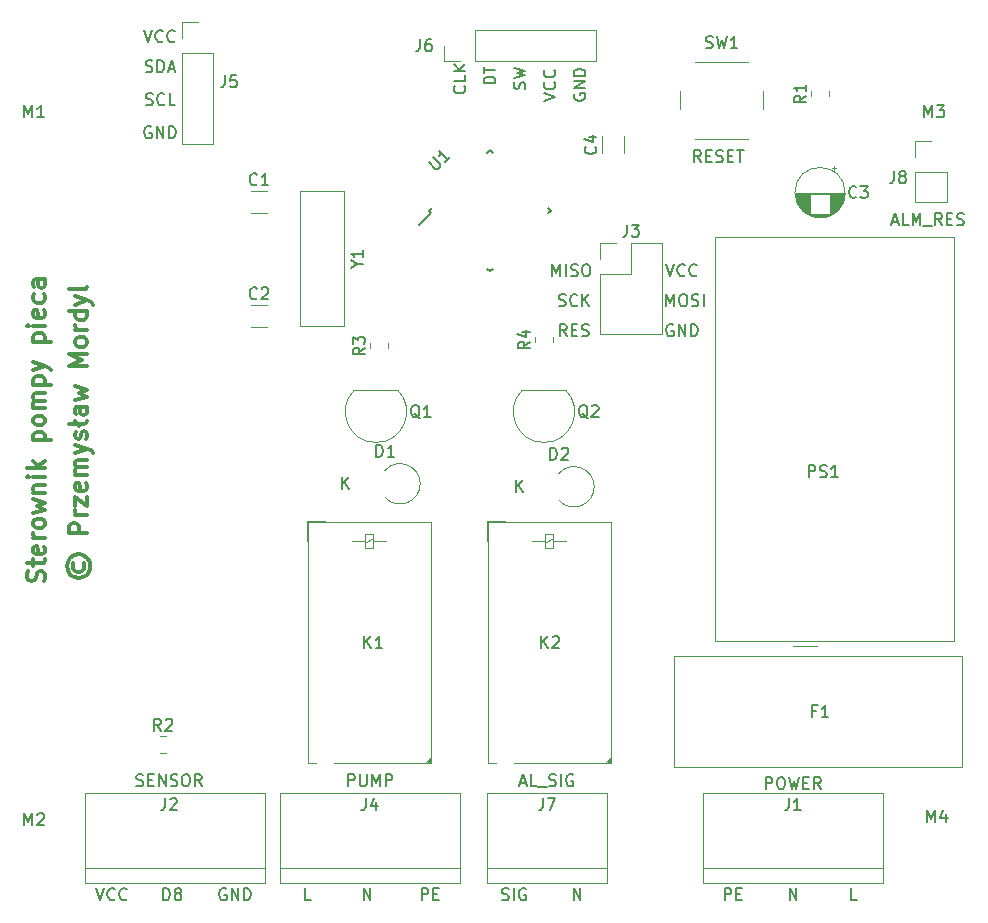
<source format=gbr>
%TF.GenerationSoftware,KiCad,Pcbnew,(5.1.9)-1*%
%TF.CreationDate,2021-09-13T17:44:50+02:00*%
%TF.ProjectId,Sterownik,53746572-6f77-46e6-996b-2e6b69636164,rev?*%
%TF.SameCoordinates,Original*%
%TF.FileFunction,Legend,Top*%
%TF.FilePolarity,Positive*%
%FSLAX46Y46*%
G04 Gerber Fmt 4.6, Leading zero omitted, Abs format (unit mm)*
G04 Created by KiCad (PCBNEW (5.1.9)-1) date 2021-09-13 17:44:50*
%MOMM*%
%LPD*%
G01*
G04 APERTURE LIST*
%ADD10C,0.300000*%
%ADD11C,0.150000*%
%ADD12C,0.120000*%
G04 APERTURE END LIST*
D10*
X54907714Y-130126000D02*
X54836285Y-130268857D01*
X54836285Y-130554571D01*
X54907714Y-130697428D01*
X55050571Y-130840285D01*
X55193428Y-130911714D01*
X55479142Y-130911714D01*
X55622000Y-130840285D01*
X55764857Y-130697428D01*
X55836285Y-130554571D01*
X55836285Y-130268857D01*
X55764857Y-130126000D01*
X54336285Y-130411714D02*
X54407714Y-130768857D01*
X54622000Y-131126000D01*
X54979142Y-131340285D01*
X55336285Y-131411714D01*
X55693428Y-131340285D01*
X56050571Y-131126000D01*
X56264857Y-130768857D01*
X56336285Y-130411714D01*
X56264857Y-130054571D01*
X56050571Y-129697428D01*
X55693428Y-129483142D01*
X55336285Y-129411714D01*
X54979142Y-129483142D01*
X54622000Y-129697428D01*
X54407714Y-130054571D01*
X54336285Y-130411714D01*
X56050571Y-127626000D02*
X54550571Y-127626000D01*
X54550571Y-127054571D01*
X54622000Y-126911714D01*
X54693428Y-126840285D01*
X54836285Y-126768857D01*
X55050571Y-126768857D01*
X55193428Y-126840285D01*
X55264857Y-126911714D01*
X55336285Y-127054571D01*
X55336285Y-127626000D01*
X56050571Y-126126000D02*
X55050571Y-126126000D01*
X55336285Y-126126000D02*
X55193428Y-126054571D01*
X55122000Y-125983142D01*
X55050571Y-125840285D01*
X55050571Y-125697428D01*
X55050571Y-125340285D02*
X55050571Y-124554571D01*
X56050571Y-125340285D01*
X56050571Y-124554571D01*
X55979142Y-123411714D02*
X56050571Y-123554571D01*
X56050571Y-123840285D01*
X55979142Y-123983142D01*
X55836285Y-124054571D01*
X55264857Y-124054571D01*
X55122000Y-123983142D01*
X55050571Y-123840285D01*
X55050571Y-123554571D01*
X55122000Y-123411714D01*
X55264857Y-123340285D01*
X55407714Y-123340285D01*
X55550571Y-124054571D01*
X56050571Y-122697428D02*
X55050571Y-122697428D01*
X55193428Y-122697428D02*
X55122000Y-122626000D01*
X55050571Y-122483142D01*
X55050571Y-122268857D01*
X55122000Y-122126000D01*
X55264857Y-122054571D01*
X56050571Y-122054571D01*
X55264857Y-122054571D02*
X55122000Y-121983142D01*
X55050571Y-121840285D01*
X55050571Y-121626000D01*
X55122000Y-121483142D01*
X55264857Y-121411714D01*
X56050571Y-121411714D01*
X55050571Y-120840285D02*
X56050571Y-120483142D01*
X55050571Y-120126000D02*
X56050571Y-120483142D01*
X56407714Y-120626000D01*
X56479142Y-120697428D01*
X56550571Y-120840285D01*
X55979142Y-119626000D02*
X56050571Y-119483142D01*
X56050571Y-119197428D01*
X55979142Y-119054571D01*
X55836285Y-118983142D01*
X55764857Y-118983142D01*
X55622000Y-119054571D01*
X55550571Y-119197428D01*
X55550571Y-119411714D01*
X55479142Y-119554571D01*
X55336285Y-119626000D01*
X55264857Y-119626000D01*
X55122000Y-119554571D01*
X55050571Y-119411714D01*
X55050571Y-119197428D01*
X55122000Y-119054571D01*
X56050571Y-118126000D02*
X55979142Y-118268857D01*
X55836285Y-118340285D01*
X54550571Y-118340285D01*
X55336285Y-118554571D02*
X55050571Y-118126000D01*
X56050571Y-116911714D02*
X55264857Y-116911714D01*
X55122000Y-116983142D01*
X55050571Y-117126000D01*
X55050571Y-117411714D01*
X55122000Y-117554571D01*
X55979142Y-116911714D02*
X56050571Y-117054571D01*
X56050571Y-117411714D01*
X55979142Y-117554571D01*
X55836285Y-117626000D01*
X55693428Y-117626000D01*
X55550571Y-117554571D01*
X55479142Y-117411714D01*
X55479142Y-117054571D01*
X55407714Y-116911714D01*
X55050571Y-116340285D02*
X56050571Y-116054571D01*
X55336285Y-115768857D01*
X56050571Y-115483142D01*
X55050571Y-115197428D01*
X56050571Y-113483142D02*
X54550571Y-113483142D01*
X55622000Y-112983142D01*
X54550571Y-112483142D01*
X56050571Y-112483142D01*
X56050571Y-111554571D02*
X55979142Y-111697428D01*
X55907714Y-111768857D01*
X55764857Y-111840285D01*
X55336285Y-111840285D01*
X55193428Y-111768857D01*
X55122000Y-111697428D01*
X55050571Y-111554571D01*
X55050571Y-111340285D01*
X55122000Y-111197428D01*
X55193428Y-111126000D01*
X55336285Y-111054571D01*
X55764857Y-111054571D01*
X55907714Y-111126000D01*
X55979142Y-111197428D01*
X56050571Y-111340285D01*
X56050571Y-111554571D01*
X56050571Y-110411714D02*
X55050571Y-110411714D01*
X55336285Y-110411714D02*
X55193428Y-110340285D01*
X55122000Y-110268857D01*
X55050571Y-110126000D01*
X55050571Y-109983142D01*
X56050571Y-108840285D02*
X54550571Y-108840285D01*
X55979142Y-108840285D02*
X56050571Y-108983142D01*
X56050571Y-109268857D01*
X55979142Y-109411714D01*
X55907714Y-109483142D01*
X55764857Y-109554571D01*
X55336285Y-109554571D01*
X55193428Y-109483142D01*
X55122000Y-109411714D01*
X55050571Y-109268857D01*
X55050571Y-108983142D01*
X55122000Y-108840285D01*
X55050571Y-108268857D02*
X56050571Y-107911714D01*
X55050571Y-107554571D02*
X56050571Y-107911714D01*
X56407714Y-108054571D01*
X56479142Y-108126000D01*
X56550571Y-108268857D01*
X56050571Y-106768857D02*
X55979142Y-106911714D01*
X55836285Y-106983142D01*
X54550571Y-106983142D01*
X52423142Y-131693428D02*
X52494571Y-131479142D01*
X52494571Y-131122000D01*
X52423142Y-130979142D01*
X52351714Y-130907714D01*
X52208857Y-130836285D01*
X52066000Y-130836285D01*
X51923142Y-130907714D01*
X51851714Y-130979142D01*
X51780285Y-131122000D01*
X51708857Y-131407714D01*
X51637428Y-131550571D01*
X51566000Y-131622000D01*
X51423142Y-131693428D01*
X51280285Y-131693428D01*
X51137428Y-131622000D01*
X51066000Y-131550571D01*
X50994571Y-131407714D01*
X50994571Y-131050571D01*
X51066000Y-130836285D01*
X51494571Y-130407714D02*
X51494571Y-129836285D01*
X50994571Y-130193428D02*
X52280285Y-130193428D01*
X52423142Y-130122000D01*
X52494571Y-129979142D01*
X52494571Y-129836285D01*
X52423142Y-128764857D02*
X52494571Y-128907714D01*
X52494571Y-129193428D01*
X52423142Y-129336285D01*
X52280285Y-129407714D01*
X51708857Y-129407714D01*
X51566000Y-129336285D01*
X51494571Y-129193428D01*
X51494571Y-128907714D01*
X51566000Y-128764857D01*
X51708857Y-128693428D01*
X51851714Y-128693428D01*
X51994571Y-129407714D01*
X52494571Y-128050571D02*
X51494571Y-128050571D01*
X51780285Y-128050571D02*
X51637428Y-127979142D01*
X51566000Y-127907714D01*
X51494571Y-127764857D01*
X51494571Y-127622000D01*
X52494571Y-126907714D02*
X52423142Y-127050571D01*
X52351714Y-127122000D01*
X52208857Y-127193428D01*
X51780285Y-127193428D01*
X51637428Y-127122000D01*
X51566000Y-127050571D01*
X51494571Y-126907714D01*
X51494571Y-126693428D01*
X51566000Y-126550571D01*
X51637428Y-126479142D01*
X51780285Y-126407714D01*
X52208857Y-126407714D01*
X52351714Y-126479142D01*
X52423142Y-126550571D01*
X52494571Y-126693428D01*
X52494571Y-126907714D01*
X51494571Y-125907714D02*
X52494571Y-125622000D01*
X51780285Y-125336285D01*
X52494571Y-125050571D01*
X51494571Y-124764857D01*
X51494571Y-124193428D02*
X52494571Y-124193428D01*
X51637428Y-124193428D02*
X51566000Y-124122000D01*
X51494571Y-123979142D01*
X51494571Y-123764857D01*
X51566000Y-123622000D01*
X51708857Y-123550571D01*
X52494571Y-123550571D01*
X52494571Y-122836285D02*
X51494571Y-122836285D01*
X50994571Y-122836285D02*
X51066000Y-122907714D01*
X51137428Y-122836285D01*
X51066000Y-122764857D01*
X50994571Y-122836285D01*
X51137428Y-122836285D01*
X52494571Y-122122000D02*
X50994571Y-122122000D01*
X51923142Y-121979142D02*
X52494571Y-121550571D01*
X51494571Y-121550571D02*
X52066000Y-122122000D01*
X51494571Y-119764857D02*
X52994571Y-119764857D01*
X51566000Y-119764857D02*
X51494571Y-119622000D01*
X51494571Y-119336285D01*
X51566000Y-119193428D01*
X51637428Y-119122000D01*
X51780285Y-119050571D01*
X52208857Y-119050571D01*
X52351714Y-119122000D01*
X52423142Y-119193428D01*
X52494571Y-119336285D01*
X52494571Y-119622000D01*
X52423142Y-119764857D01*
X52494571Y-118193428D02*
X52423142Y-118336285D01*
X52351714Y-118407714D01*
X52208857Y-118479142D01*
X51780285Y-118479142D01*
X51637428Y-118407714D01*
X51566000Y-118336285D01*
X51494571Y-118193428D01*
X51494571Y-117979142D01*
X51566000Y-117836285D01*
X51637428Y-117764857D01*
X51780285Y-117693428D01*
X52208857Y-117693428D01*
X52351714Y-117764857D01*
X52423142Y-117836285D01*
X52494571Y-117979142D01*
X52494571Y-118193428D01*
X52494571Y-117050571D02*
X51494571Y-117050571D01*
X51637428Y-117050571D02*
X51566000Y-116979142D01*
X51494571Y-116836285D01*
X51494571Y-116622000D01*
X51566000Y-116479142D01*
X51708857Y-116407714D01*
X52494571Y-116407714D01*
X51708857Y-116407714D02*
X51566000Y-116336285D01*
X51494571Y-116193428D01*
X51494571Y-115979142D01*
X51566000Y-115836285D01*
X51708857Y-115764857D01*
X52494571Y-115764857D01*
X51494571Y-115050571D02*
X52994571Y-115050571D01*
X51566000Y-115050571D02*
X51494571Y-114907714D01*
X51494571Y-114622000D01*
X51566000Y-114479142D01*
X51637428Y-114407714D01*
X51780285Y-114336285D01*
X52208857Y-114336285D01*
X52351714Y-114407714D01*
X52423142Y-114479142D01*
X52494571Y-114622000D01*
X52494571Y-114907714D01*
X52423142Y-115050571D01*
X51494571Y-113836285D02*
X52494571Y-113479142D01*
X51494571Y-113122000D02*
X52494571Y-113479142D01*
X52851714Y-113622000D01*
X52923142Y-113693428D01*
X52994571Y-113836285D01*
X51494571Y-111407714D02*
X52994571Y-111407714D01*
X51566000Y-111407714D02*
X51494571Y-111264857D01*
X51494571Y-110979142D01*
X51566000Y-110836285D01*
X51637428Y-110764857D01*
X51780285Y-110693428D01*
X52208857Y-110693428D01*
X52351714Y-110764857D01*
X52423142Y-110836285D01*
X52494571Y-110979142D01*
X52494571Y-111264857D01*
X52423142Y-111407714D01*
X52494571Y-110050571D02*
X51494571Y-110050571D01*
X50994571Y-110050571D02*
X51066000Y-110122000D01*
X51137428Y-110050571D01*
X51066000Y-109979142D01*
X50994571Y-110050571D01*
X51137428Y-110050571D01*
X52423142Y-108764857D02*
X52494571Y-108907714D01*
X52494571Y-109193428D01*
X52423142Y-109336285D01*
X52280285Y-109407714D01*
X51708857Y-109407714D01*
X51566000Y-109336285D01*
X51494571Y-109193428D01*
X51494571Y-108907714D01*
X51566000Y-108764857D01*
X51708857Y-108693428D01*
X51851714Y-108693428D01*
X51994571Y-109407714D01*
X52423142Y-107407714D02*
X52494571Y-107550571D01*
X52494571Y-107836285D01*
X52423142Y-107979142D01*
X52351714Y-108050571D01*
X52208857Y-108122000D01*
X51780285Y-108122000D01*
X51637428Y-108050571D01*
X51566000Y-107979142D01*
X51494571Y-107836285D01*
X51494571Y-107550571D01*
X51566000Y-107407714D01*
X52494571Y-106122000D02*
X51708857Y-106122000D01*
X51566000Y-106193428D01*
X51494571Y-106336285D01*
X51494571Y-106622000D01*
X51566000Y-106764857D01*
X52423142Y-106122000D02*
X52494571Y-106264857D01*
X52494571Y-106622000D01*
X52423142Y-106764857D01*
X52280285Y-106836285D01*
X52137428Y-106836285D01*
X51994571Y-106764857D01*
X51923142Y-106622000D01*
X51923142Y-106264857D01*
X51851714Y-106122000D01*
D11*
X124230190Y-101258666D02*
X124706380Y-101258666D01*
X124134952Y-101544380D02*
X124468285Y-100544380D01*
X124801619Y-101544380D01*
X125611142Y-101544380D02*
X125134952Y-101544380D01*
X125134952Y-100544380D01*
X125944476Y-101544380D02*
X125944476Y-100544380D01*
X126277809Y-101258666D01*
X126611142Y-100544380D01*
X126611142Y-101544380D01*
X126849238Y-101639619D02*
X127611142Y-101639619D01*
X128420666Y-101544380D02*
X128087333Y-101068190D01*
X127849238Y-101544380D02*
X127849238Y-100544380D01*
X128230190Y-100544380D01*
X128325428Y-100592000D01*
X128373047Y-100639619D01*
X128420666Y-100734857D01*
X128420666Y-100877714D01*
X128373047Y-100972952D01*
X128325428Y-101020571D01*
X128230190Y-101068190D01*
X127849238Y-101068190D01*
X128849238Y-101020571D02*
X129182571Y-101020571D01*
X129325428Y-101544380D02*
X128849238Y-101544380D01*
X128849238Y-100544380D01*
X129325428Y-100544380D01*
X129706380Y-101496761D02*
X129849238Y-101544380D01*
X130087333Y-101544380D01*
X130182571Y-101496761D01*
X130230190Y-101449142D01*
X130277809Y-101353904D01*
X130277809Y-101258666D01*
X130230190Y-101163428D01*
X130182571Y-101115809D01*
X130087333Y-101068190D01*
X129896857Y-101020571D01*
X129801619Y-100972952D01*
X129754000Y-100925333D01*
X129706380Y-100830095D01*
X129706380Y-100734857D01*
X129754000Y-100639619D01*
X129801619Y-100592000D01*
X129896857Y-100544380D01*
X130134952Y-100544380D01*
X130277809Y-100592000D01*
X67818095Y-157742000D02*
X67722857Y-157694380D01*
X67580000Y-157694380D01*
X67437142Y-157742000D01*
X67341904Y-157837238D01*
X67294285Y-157932476D01*
X67246666Y-158122952D01*
X67246666Y-158265809D01*
X67294285Y-158456285D01*
X67341904Y-158551523D01*
X67437142Y-158646761D01*
X67580000Y-158694380D01*
X67675238Y-158694380D01*
X67818095Y-158646761D01*
X67865714Y-158599142D01*
X67865714Y-158265809D01*
X67675238Y-158265809D01*
X68294285Y-158694380D02*
X68294285Y-157694380D01*
X68865714Y-158694380D01*
X68865714Y-157694380D01*
X69341904Y-158694380D02*
X69341904Y-157694380D01*
X69580000Y-157694380D01*
X69722857Y-157742000D01*
X69818095Y-157837238D01*
X69865714Y-157932476D01*
X69913333Y-158122952D01*
X69913333Y-158265809D01*
X69865714Y-158456285D01*
X69818095Y-158551523D01*
X69722857Y-158646761D01*
X69580000Y-158694380D01*
X69341904Y-158694380D01*
X62507904Y-158694380D02*
X62507904Y-157694380D01*
X62746000Y-157694380D01*
X62888857Y-157742000D01*
X62984095Y-157837238D01*
X63031714Y-157932476D01*
X63079333Y-158122952D01*
X63079333Y-158265809D01*
X63031714Y-158456285D01*
X62984095Y-158551523D01*
X62888857Y-158646761D01*
X62746000Y-158694380D01*
X62507904Y-158694380D01*
X63650761Y-158122952D02*
X63555523Y-158075333D01*
X63507904Y-158027714D01*
X63460285Y-157932476D01*
X63460285Y-157884857D01*
X63507904Y-157789619D01*
X63555523Y-157742000D01*
X63650761Y-157694380D01*
X63841238Y-157694380D01*
X63936476Y-157742000D01*
X63984095Y-157789619D01*
X64031714Y-157884857D01*
X64031714Y-157932476D01*
X63984095Y-158027714D01*
X63936476Y-158075333D01*
X63841238Y-158122952D01*
X63650761Y-158122952D01*
X63555523Y-158170571D01*
X63507904Y-158218190D01*
X63460285Y-158313428D01*
X63460285Y-158503904D01*
X63507904Y-158599142D01*
X63555523Y-158646761D01*
X63650761Y-158694380D01*
X63841238Y-158694380D01*
X63936476Y-158646761D01*
X63984095Y-158599142D01*
X64031714Y-158503904D01*
X64031714Y-158313428D01*
X63984095Y-158218190D01*
X63936476Y-158170571D01*
X63841238Y-158122952D01*
X56832666Y-157694380D02*
X57166000Y-158694380D01*
X57499333Y-157694380D01*
X58404095Y-158599142D02*
X58356476Y-158646761D01*
X58213619Y-158694380D01*
X58118380Y-158694380D01*
X57975523Y-158646761D01*
X57880285Y-158551523D01*
X57832666Y-158456285D01*
X57785047Y-158265809D01*
X57785047Y-158122952D01*
X57832666Y-157932476D01*
X57880285Y-157837238D01*
X57975523Y-157742000D01*
X58118380Y-157694380D01*
X58213619Y-157694380D01*
X58356476Y-157742000D01*
X58404095Y-157789619D01*
X59404095Y-158599142D02*
X59356476Y-158646761D01*
X59213619Y-158694380D01*
X59118380Y-158694380D01*
X58975523Y-158646761D01*
X58880285Y-158551523D01*
X58832666Y-158456285D01*
X58785047Y-158265809D01*
X58785047Y-158122952D01*
X58832666Y-157932476D01*
X58880285Y-157837238D01*
X58975523Y-157742000D01*
X59118380Y-157694380D01*
X59213619Y-157694380D01*
X59356476Y-157742000D01*
X59404095Y-157789619D01*
X84375714Y-158694380D02*
X84375714Y-157694380D01*
X84756666Y-157694380D01*
X84851904Y-157742000D01*
X84899523Y-157789619D01*
X84947142Y-157884857D01*
X84947142Y-158027714D01*
X84899523Y-158122952D01*
X84851904Y-158170571D01*
X84756666Y-158218190D01*
X84375714Y-158218190D01*
X85375714Y-158170571D02*
X85709047Y-158170571D01*
X85851904Y-158694380D02*
X85375714Y-158694380D01*
X85375714Y-157694380D01*
X85851904Y-157694380D01*
X79470285Y-158694380D02*
X79470285Y-157694380D01*
X80041714Y-158694380D01*
X80041714Y-157694380D01*
X74985523Y-158694380D02*
X74509333Y-158694380D01*
X74509333Y-157694380D01*
X91178190Y-158646761D02*
X91321047Y-158694380D01*
X91559142Y-158694380D01*
X91654380Y-158646761D01*
X91702000Y-158599142D01*
X91749619Y-158503904D01*
X91749619Y-158408666D01*
X91702000Y-158313428D01*
X91654380Y-158265809D01*
X91559142Y-158218190D01*
X91368666Y-158170571D01*
X91273428Y-158122952D01*
X91225809Y-158075333D01*
X91178190Y-157980095D01*
X91178190Y-157884857D01*
X91225809Y-157789619D01*
X91273428Y-157742000D01*
X91368666Y-157694380D01*
X91606761Y-157694380D01*
X91749619Y-157742000D01*
X92178190Y-158694380D02*
X92178190Y-157694380D01*
X93178190Y-157742000D02*
X93082952Y-157694380D01*
X92940095Y-157694380D01*
X92797238Y-157742000D01*
X92702000Y-157837238D01*
X92654380Y-157932476D01*
X92606761Y-158122952D01*
X92606761Y-158265809D01*
X92654380Y-158456285D01*
X92702000Y-158551523D01*
X92797238Y-158646761D01*
X92940095Y-158694380D01*
X93035333Y-158694380D01*
X93178190Y-158646761D01*
X93225809Y-158599142D01*
X93225809Y-158265809D01*
X93035333Y-158265809D01*
X97250285Y-158694380D02*
X97250285Y-157694380D01*
X97821714Y-158694380D01*
X97821714Y-157694380D01*
X110029714Y-158694380D02*
X110029714Y-157694380D01*
X110410666Y-157694380D01*
X110505904Y-157742000D01*
X110553523Y-157789619D01*
X110601142Y-157884857D01*
X110601142Y-158027714D01*
X110553523Y-158122952D01*
X110505904Y-158170571D01*
X110410666Y-158218190D01*
X110029714Y-158218190D01*
X111029714Y-158170571D02*
X111363047Y-158170571D01*
X111505904Y-158694380D02*
X111029714Y-158694380D01*
X111029714Y-157694380D01*
X111505904Y-157694380D01*
X115538285Y-158694380D02*
X115538285Y-157694380D01*
X116109714Y-158694380D01*
X116109714Y-157694380D01*
X121213523Y-158694380D02*
X120737333Y-158694380D01*
X120737333Y-157694380D01*
X108021619Y-96210380D02*
X107688285Y-95734190D01*
X107450190Y-96210380D02*
X107450190Y-95210380D01*
X107831142Y-95210380D01*
X107926380Y-95258000D01*
X107974000Y-95305619D01*
X108021619Y-95400857D01*
X108021619Y-95543714D01*
X107974000Y-95638952D01*
X107926380Y-95686571D01*
X107831142Y-95734190D01*
X107450190Y-95734190D01*
X108450190Y-95686571D02*
X108783523Y-95686571D01*
X108926380Y-96210380D02*
X108450190Y-96210380D01*
X108450190Y-95210380D01*
X108926380Y-95210380D01*
X109307333Y-96162761D02*
X109450190Y-96210380D01*
X109688285Y-96210380D01*
X109783523Y-96162761D01*
X109831142Y-96115142D01*
X109878761Y-96019904D01*
X109878761Y-95924666D01*
X109831142Y-95829428D01*
X109783523Y-95781809D01*
X109688285Y-95734190D01*
X109497809Y-95686571D01*
X109402571Y-95638952D01*
X109354952Y-95591333D01*
X109307333Y-95496095D01*
X109307333Y-95400857D01*
X109354952Y-95305619D01*
X109402571Y-95258000D01*
X109497809Y-95210380D01*
X109735904Y-95210380D01*
X109878761Y-95258000D01*
X110307333Y-95686571D02*
X110640666Y-95686571D01*
X110783523Y-96210380D02*
X110307333Y-96210380D01*
X110307333Y-95210380D01*
X110783523Y-95210380D01*
X111069238Y-95210380D02*
X111640666Y-95210380D01*
X111354952Y-96210380D02*
X111354952Y-95210380D01*
X113514476Y-149296380D02*
X113514476Y-148296380D01*
X113895428Y-148296380D01*
X113990666Y-148344000D01*
X114038285Y-148391619D01*
X114085904Y-148486857D01*
X114085904Y-148629714D01*
X114038285Y-148724952D01*
X113990666Y-148772571D01*
X113895428Y-148820190D01*
X113514476Y-148820190D01*
X114704952Y-148296380D02*
X114895428Y-148296380D01*
X114990666Y-148344000D01*
X115085904Y-148439238D01*
X115133523Y-148629714D01*
X115133523Y-148963047D01*
X115085904Y-149153523D01*
X114990666Y-149248761D01*
X114895428Y-149296380D01*
X114704952Y-149296380D01*
X114609714Y-149248761D01*
X114514476Y-149153523D01*
X114466857Y-148963047D01*
X114466857Y-148629714D01*
X114514476Y-148439238D01*
X114609714Y-148344000D01*
X114704952Y-148296380D01*
X115466857Y-148296380D02*
X115704952Y-149296380D01*
X115895428Y-148582095D01*
X116085904Y-149296380D01*
X116324000Y-148296380D01*
X116704952Y-148772571D02*
X117038285Y-148772571D01*
X117181142Y-149296380D02*
X116704952Y-149296380D01*
X116704952Y-148296380D01*
X117181142Y-148296380D01*
X118181142Y-149296380D02*
X117847809Y-148820190D01*
X117609714Y-149296380D02*
X117609714Y-148296380D01*
X117990666Y-148296380D01*
X118085904Y-148344000D01*
X118133523Y-148391619D01*
X118181142Y-148486857D01*
X118181142Y-148629714D01*
X118133523Y-148724952D01*
X118085904Y-148772571D01*
X117990666Y-148820190D01*
X117609714Y-148820190D01*
X92757904Y-148756666D02*
X93234095Y-148756666D01*
X92662666Y-149042380D02*
X92996000Y-148042380D01*
X93329333Y-149042380D01*
X94138857Y-149042380D02*
X93662666Y-149042380D01*
X93662666Y-148042380D01*
X94234095Y-149137619D02*
X94996000Y-149137619D01*
X95186476Y-148994761D02*
X95329333Y-149042380D01*
X95567428Y-149042380D01*
X95662666Y-148994761D01*
X95710285Y-148947142D01*
X95757904Y-148851904D01*
X95757904Y-148756666D01*
X95710285Y-148661428D01*
X95662666Y-148613809D01*
X95567428Y-148566190D01*
X95376952Y-148518571D01*
X95281714Y-148470952D01*
X95234095Y-148423333D01*
X95186476Y-148328095D01*
X95186476Y-148232857D01*
X95234095Y-148137619D01*
X95281714Y-148090000D01*
X95376952Y-148042380D01*
X95615047Y-148042380D01*
X95757904Y-148090000D01*
X96186476Y-149042380D02*
X96186476Y-148042380D01*
X97186476Y-148090000D02*
X97091238Y-148042380D01*
X96948380Y-148042380D01*
X96805523Y-148090000D01*
X96710285Y-148185238D01*
X96662666Y-148280476D01*
X96615047Y-148470952D01*
X96615047Y-148613809D01*
X96662666Y-148804285D01*
X96710285Y-148899523D01*
X96805523Y-148994761D01*
X96948380Y-149042380D01*
X97043619Y-149042380D01*
X97186476Y-148994761D01*
X97234095Y-148947142D01*
X97234095Y-148613809D01*
X97043619Y-148613809D01*
X78152857Y-149042380D02*
X78152857Y-148042380D01*
X78533809Y-148042380D01*
X78629047Y-148090000D01*
X78676666Y-148137619D01*
X78724285Y-148232857D01*
X78724285Y-148375714D01*
X78676666Y-148470952D01*
X78629047Y-148518571D01*
X78533809Y-148566190D01*
X78152857Y-148566190D01*
X79152857Y-148042380D02*
X79152857Y-148851904D01*
X79200476Y-148947142D01*
X79248095Y-148994761D01*
X79343333Y-149042380D01*
X79533809Y-149042380D01*
X79629047Y-148994761D01*
X79676666Y-148947142D01*
X79724285Y-148851904D01*
X79724285Y-148042380D01*
X80200476Y-149042380D02*
X80200476Y-148042380D01*
X80533809Y-148756666D01*
X80867142Y-148042380D01*
X80867142Y-149042380D01*
X81343333Y-149042380D02*
X81343333Y-148042380D01*
X81724285Y-148042380D01*
X81819523Y-148090000D01*
X81867142Y-148137619D01*
X81914761Y-148232857D01*
X81914761Y-148375714D01*
X81867142Y-148470952D01*
X81819523Y-148518571D01*
X81724285Y-148566190D01*
X81343333Y-148566190D01*
X60230095Y-148994761D02*
X60372952Y-149042380D01*
X60611047Y-149042380D01*
X60706285Y-148994761D01*
X60753904Y-148947142D01*
X60801523Y-148851904D01*
X60801523Y-148756666D01*
X60753904Y-148661428D01*
X60706285Y-148613809D01*
X60611047Y-148566190D01*
X60420571Y-148518571D01*
X60325333Y-148470952D01*
X60277714Y-148423333D01*
X60230095Y-148328095D01*
X60230095Y-148232857D01*
X60277714Y-148137619D01*
X60325333Y-148090000D01*
X60420571Y-148042380D01*
X60658666Y-148042380D01*
X60801523Y-148090000D01*
X61230095Y-148518571D02*
X61563428Y-148518571D01*
X61706285Y-149042380D02*
X61230095Y-149042380D01*
X61230095Y-148042380D01*
X61706285Y-148042380D01*
X62134857Y-149042380D02*
X62134857Y-148042380D01*
X62706285Y-149042380D01*
X62706285Y-148042380D01*
X63134857Y-148994761D02*
X63277714Y-149042380D01*
X63515809Y-149042380D01*
X63611047Y-148994761D01*
X63658666Y-148947142D01*
X63706285Y-148851904D01*
X63706285Y-148756666D01*
X63658666Y-148661428D01*
X63611047Y-148613809D01*
X63515809Y-148566190D01*
X63325333Y-148518571D01*
X63230095Y-148470952D01*
X63182476Y-148423333D01*
X63134857Y-148328095D01*
X63134857Y-148232857D01*
X63182476Y-148137619D01*
X63230095Y-148090000D01*
X63325333Y-148042380D01*
X63563428Y-148042380D01*
X63706285Y-148090000D01*
X64325333Y-148042380D02*
X64515809Y-148042380D01*
X64611047Y-148090000D01*
X64706285Y-148185238D01*
X64753904Y-148375714D01*
X64753904Y-148709047D01*
X64706285Y-148899523D01*
X64611047Y-148994761D01*
X64515809Y-149042380D01*
X64325333Y-149042380D01*
X64230095Y-148994761D01*
X64134857Y-148899523D01*
X64087238Y-148709047D01*
X64087238Y-148375714D01*
X64134857Y-148185238D01*
X64230095Y-148090000D01*
X64325333Y-148042380D01*
X65753904Y-149042380D02*
X65420571Y-148566190D01*
X65182476Y-149042380D02*
X65182476Y-148042380D01*
X65563428Y-148042380D01*
X65658666Y-148090000D01*
X65706285Y-148137619D01*
X65753904Y-148232857D01*
X65753904Y-148375714D01*
X65706285Y-148470952D01*
X65658666Y-148518571D01*
X65563428Y-148566190D01*
X65182476Y-148566190D01*
X96662952Y-110942380D02*
X96329619Y-110466190D01*
X96091523Y-110942380D02*
X96091523Y-109942380D01*
X96472476Y-109942380D01*
X96567714Y-109990000D01*
X96615333Y-110037619D01*
X96662952Y-110132857D01*
X96662952Y-110275714D01*
X96615333Y-110370952D01*
X96567714Y-110418571D01*
X96472476Y-110466190D01*
X96091523Y-110466190D01*
X97091523Y-110418571D02*
X97424857Y-110418571D01*
X97567714Y-110942380D02*
X97091523Y-110942380D01*
X97091523Y-109942380D01*
X97567714Y-109942380D01*
X97948666Y-110894761D02*
X98091523Y-110942380D01*
X98329619Y-110942380D01*
X98424857Y-110894761D01*
X98472476Y-110847142D01*
X98520095Y-110751904D01*
X98520095Y-110656666D01*
X98472476Y-110561428D01*
X98424857Y-110513809D01*
X98329619Y-110466190D01*
X98139142Y-110418571D01*
X98043904Y-110370952D01*
X97996285Y-110323333D01*
X97948666Y-110228095D01*
X97948666Y-110132857D01*
X97996285Y-110037619D01*
X98043904Y-109990000D01*
X98139142Y-109942380D01*
X98377238Y-109942380D01*
X98520095Y-109990000D01*
X95456571Y-105862380D02*
X95456571Y-104862380D01*
X95789904Y-105576666D01*
X96123238Y-104862380D01*
X96123238Y-105862380D01*
X96599428Y-105862380D02*
X96599428Y-104862380D01*
X97028000Y-105814761D02*
X97170857Y-105862380D01*
X97408952Y-105862380D01*
X97504190Y-105814761D01*
X97551809Y-105767142D01*
X97599428Y-105671904D01*
X97599428Y-105576666D01*
X97551809Y-105481428D01*
X97504190Y-105433809D01*
X97408952Y-105386190D01*
X97218476Y-105338571D01*
X97123238Y-105290952D01*
X97075619Y-105243333D01*
X97028000Y-105148095D01*
X97028000Y-105052857D01*
X97075619Y-104957619D01*
X97123238Y-104910000D01*
X97218476Y-104862380D01*
X97456571Y-104862380D01*
X97599428Y-104910000D01*
X98218476Y-104862380D02*
X98408952Y-104862380D01*
X98504190Y-104910000D01*
X98599428Y-105005238D01*
X98647047Y-105195714D01*
X98647047Y-105529047D01*
X98599428Y-105719523D01*
X98504190Y-105814761D01*
X98408952Y-105862380D01*
X98218476Y-105862380D01*
X98123238Y-105814761D01*
X98028000Y-105719523D01*
X97980380Y-105529047D01*
X97980380Y-105195714D01*
X98028000Y-105005238D01*
X98123238Y-104910000D01*
X98218476Y-104862380D01*
X95996285Y-108354761D02*
X96139142Y-108402380D01*
X96377238Y-108402380D01*
X96472476Y-108354761D01*
X96520095Y-108307142D01*
X96567714Y-108211904D01*
X96567714Y-108116666D01*
X96520095Y-108021428D01*
X96472476Y-107973809D01*
X96377238Y-107926190D01*
X96186761Y-107878571D01*
X96091523Y-107830952D01*
X96043904Y-107783333D01*
X95996285Y-107688095D01*
X95996285Y-107592857D01*
X96043904Y-107497619D01*
X96091523Y-107450000D01*
X96186761Y-107402380D01*
X96424857Y-107402380D01*
X96567714Y-107450000D01*
X97567714Y-108307142D02*
X97520095Y-108354761D01*
X97377238Y-108402380D01*
X97282000Y-108402380D01*
X97139142Y-108354761D01*
X97043904Y-108259523D01*
X96996285Y-108164285D01*
X96948666Y-107973809D01*
X96948666Y-107830952D01*
X96996285Y-107640476D01*
X97043904Y-107545238D01*
X97139142Y-107450000D01*
X97282000Y-107402380D01*
X97377238Y-107402380D01*
X97520095Y-107450000D01*
X97567714Y-107497619D01*
X97996285Y-108402380D02*
X97996285Y-107402380D01*
X98567714Y-108402380D02*
X98139142Y-107830952D01*
X98567714Y-107402380D02*
X97996285Y-107973809D01*
X105108571Y-108402380D02*
X105108571Y-107402380D01*
X105441904Y-108116666D01*
X105775238Y-107402380D01*
X105775238Y-108402380D01*
X106441904Y-107402380D02*
X106632380Y-107402380D01*
X106727619Y-107450000D01*
X106822857Y-107545238D01*
X106870476Y-107735714D01*
X106870476Y-108069047D01*
X106822857Y-108259523D01*
X106727619Y-108354761D01*
X106632380Y-108402380D01*
X106441904Y-108402380D01*
X106346666Y-108354761D01*
X106251428Y-108259523D01*
X106203809Y-108069047D01*
X106203809Y-107735714D01*
X106251428Y-107545238D01*
X106346666Y-107450000D01*
X106441904Y-107402380D01*
X107251428Y-108354761D02*
X107394285Y-108402380D01*
X107632380Y-108402380D01*
X107727619Y-108354761D01*
X107775238Y-108307142D01*
X107822857Y-108211904D01*
X107822857Y-108116666D01*
X107775238Y-108021428D01*
X107727619Y-107973809D01*
X107632380Y-107926190D01*
X107441904Y-107878571D01*
X107346666Y-107830952D01*
X107299047Y-107783333D01*
X107251428Y-107688095D01*
X107251428Y-107592857D01*
X107299047Y-107497619D01*
X107346666Y-107450000D01*
X107441904Y-107402380D01*
X107680000Y-107402380D01*
X107822857Y-107450000D01*
X108251428Y-108402380D02*
X108251428Y-107402380D01*
X105664095Y-109990000D02*
X105568857Y-109942380D01*
X105426000Y-109942380D01*
X105283142Y-109990000D01*
X105187904Y-110085238D01*
X105140285Y-110180476D01*
X105092666Y-110370952D01*
X105092666Y-110513809D01*
X105140285Y-110704285D01*
X105187904Y-110799523D01*
X105283142Y-110894761D01*
X105426000Y-110942380D01*
X105521238Y-110942380D01*
X105664095Y-110894761D01*
X105711714Y-110847142D01*
X105711714Y-110513809D01*
X105521238Y-110513809D01*
X106140285Y-110942380D02*
X106140285Y-109942380D01*
X106711714Y-110942380D01*
X106711714Y-109942380D01*
X107187904Y-110942380D02*
X107187904Y-109942380D01*
X107426000Y-109942380D01*
X107568857Y-109990000D01*
X107664095Y-110085238D01*
X107711714Y-110180476D01*
X107759333Y-110370952D01*
X107759333Y-110513809D01*
X107711714Y-110704285D01*
X107664095Y-110799523D01*
X107568857Y-110894761D01*
X107426000Y-110942380D01*
X107187904Y-110942380D01*
X105092666Y-104862380D02*
X105426000Y-105862380D01*
X105759333Y-104862380D01*
X106664095Y-105767142D02*
X106616476Y-105814761D01*
X106473619Y-105862380D01*
X106378380Y-105862380D01*
X106235523Y-105814761D01*
X106140285Y-105719523D01*
X106092666Y-105624285D01*
X106045047Y-105433809D01*
X106045047Y-105290952D01*
X106092666Y-105100476D01*
X106140285Y-105005238D01*
X106235523Y-104910000D01*
X106378380Y-104862380D01*
X106473619Y-104862380D01*
X106616476Y-104910000D01*
X106664095Y-104957619D01*
X107664095Y-105767142D02*
X107616476Y-105814761D01*
X107473619Y-105862380D01*
X107378380Y-105862380D01*
X107235523Y-105814761D01*
X107140285Y-105719523D01*
X107092666Y-105624285D01*
X107045047Y-105433809D01*
X107045047Y-105290952D01*
X107092666Y-105100476D01*
X107140285Y-105005238D01*
X107235523Y-104910000D01*
X107378380Y-104862380D01*
X107473619Y-104862380D01*
X107616476Y-104910000D01*
X107664095Y-104957619D01*
X93114761Y-90011142D02*
X93162380Y-89868285D01*
X93162380Y-89630190D01*
X93114761Y-89534952D01*
X93067142Y-89487333D01*
X92971904Y-89439714D01*
X92876666Y-89439714D01*
X92781428Y-89487333D01*
X92733809Y-89534952D01*
X92686190Y-89630190D01*
X92638571Y-89820666D01*
X92590952Y-89915904D01*
X92543333Y-89963523D01*
X92448095Y-90011142D01*
X92352857Y-90011142D01*
X92257619Y-89963523D01*
X92210000Y-89915904D01*
X92162380Y-89820666D01*
X92162380Y-89582571D01*
X92210000Y-89439714D01*
X92162380Y-89106380D02*
X93162380Y-88868285D01*
X92448095Y-88677809D01*
X93162380Y-88487333D01*
X92162380Y-88249238D01*
X90622380Y-89542857D02*
X89622380Y-89542857D01*
X89622380Y-89304761D01*
X89670000Y-89161904D01*
X89765238Y-89066666D01*
X89860476Y-89019047D01*
X90050952Y-88971428D01*
X90193809Y-88971428D01*
X90384285Y-89019047D01*
X90479523Y-89066666D01*
X90574761Y-89161904D01*
X90622380Y-89304761D01*
X90622380Y-89542857D01*
X89622380Y-88685714D02*
X89622380Y-88114285D01*
X90622380Y-88400000D02*
X89622380Y-88400000D01*
X87987142Y-89749238D02*
X88034761Y-89796857D01*
X88082380Y-89939714D01*
X88082380Y-90034952D01*
X88034761Y-90177809D01*
X87939523Y-90273047D01*
X87844285Y-90320666D01*
X87653809Y-90368285D01*
X87510952Y-90368285D01*
X87320476Y-90320666D01*
X87225238Y-90273047D01*
X87130000Y-90177809D01*
X87082380Y-90034952D01*
X87082380Y-89939714D01*
X87130000Y-89796857D01*
X87177619Y-89749238D01*
X88082380Y-88844476D02*
X88082380Y-89320666D01*
X87082380Y-89320666D01*
X88082380Y-88511142D02*
X87082380Y-88511142D01*
X88082380Y-87939714D02*
X87510952Y-88368285D01*
X87082380Y-87939714D02*
X87653809Y-88511142D01*
X94702380Y-90995333D02*
X95702380Y-90662000D01*
X94702380Y-90328666D01*
X95607142Y-89423904D02*
X95654761Y-89471523D01*
X95702380Y-89614380D01*
X95702380Y-89709619D01*
X95654761Y-89852476D01*
X95559523Y-89947714D01*
X95464285Y-89995333D01*
X95273809Y-90042952D01*
X95130952Y-90042952D01*
X94940476Y-89995333D01*
X94845238Y-89947714D01*
X94750000Y-89852476D01*
X94702380Y-89709619D01*
X94702380Y-89614380D01*
X94750000Y-89471523D01*
X94797619Y-89423904D01*
X95607142Y-88423904D02*
X95654761Y-88471523D01*
X95702380Y-88614380D01*
X95702380Y-88709619D01*
X95654761Y-88852476D01*
X95559523Y-88947714D01*
X95464285Y-88995333D01*
X95273809Y-89042952D01*
X95130952Y-89042952D01*
X94940476Y-88995333D01*
X94845238Y-88947714D01*
X94750000Y-88852476D01*
X94702380Y-88709619D01*
X94702380Y-88614380D01*
X94750000Y-88471523D01*
X94797619Y-88423904D01*
X97290000Y-90423904D02*
X97242380Y-90519142D01*
X97242380Y-90662000D01*
X97290000Y-90804857D01*
X97385238Y-90900095D01*
X97480476Y-90947714D01*
X97670952Y-90995333D01*
X97813809Y-90995333D01*
X98004285Y-90947714D01*
X98099523Y-90900095D01*
X98194761Y-90804857D01*
X98242380Y-90662000D01*
X98242380Y-90566761D01*
X98194761Y-90423904D01*
X98147142Y-90376285D01*
X97813809Y-90376285D01*
X97813809Y-90566761D01*
X98242380Y-89947714D02*
X97242380Y-89947714D01*
X98242380Y-89376285D01*
X97242380Y-89376285D01*
X98242380Y-88900095D02*
X97242380Y-88900095D01*
X97242380Y-88662000D01*
X97290000Y-88519142D01*
X97385238Y-88423904D01*
X97480476Y-88376285D01*
X97670952Y-88328666D01*
X97813809Y-88328666D01*
X98004285Y-88376285D01*
X98099523Y-88423904D01*
X98194761Y-88519142D01*
X98242380Y-88662000D01*
X98242380Y-88900095D01*
X61468095Y-93226000D02*
X61372857Y-93178380D01*
X61230000Y-93178380D01*
X61087142Y-93226000D01*
X60991904Y-93321238D01*
X60944285Y-93416476D01*
X60896666Y-93606952D01*
X60896666Y-93749809D01*
X60944285Y-93940285D01*
X60991904Y-94035523D01*
X61087142Y-94130761D01*
X61230000Y-94178380D01*
X61325238Y-94178380D01*
X61468095Y-94130761D01*
X61515714Y-94083142D01*
X61515714Y-93749809D01*
X61325238Y-93749809D01*
X61944285Y-94178380D02*
X61944285Y-93178380D01*
X62515714Y-94178380D01*
X62515714Y-93178380D01*
X62991904Y-94178380D02*
X62991904Y-93178380D01*
X63230000Y-93178380D01*
X63372857Y-93226000D01*
X63468095Y-93321238D01*
X63515714Y-93416476D01*
X63563333Y-93606952D01*
X63563333Y-93749809D01*
X63515714Y-93940285D01*
X63468095Y-94035523D01*
X63372857Y-94130761D01*
X63230000Y-94178380D01*
X62991904Y-94178380D01*
X61039523Y-91336761D02*
X61182380Y-91384380D01*
X61420476Y-91384380D01*
X61515714Y-91336761D01*
X61563333Y-91289142D01*
X61610952Y-91193904D01*
X61610952Y-91098666D01*
X61563333Y-91003428D01*
X61515714Y-90955809D01*
X61420476Y-90908190D01*
X61230000Y-90860571D01*
X61134761Y-90812952D01*
X61087142Y-90765333D01*
X61039523Y-90670095D01*
X61039523Y-90574857D01*
X61087142Y-90479619D01*
X61134761Y-90432000D01*
X61230000Y-90384380D01*
X61468095Y-90384380D01*
X61610952Y-90432000D01*
X62610952Y-91289142D02*
X62563333Y-91336761D01*
X62420476Y-91384380D01*
X62325238Y-91384380D01*
X62182380Y-91336761D01*
X62087142Y-91241523D01*
X62039523Y-91146285D01*
X61991904Y-90955809D01*
X61991904Y-90812952D01*
X62039523Y-90622476D01*
X62087142Y-90527238D01*
X62182380Y-90432000D01*
X62325238Y-90384380D01*
X62420476Y-90384380D01*
X62563333Y-90432000D01*
X62610952Y-90479619D01*
X63515714Y-91384380D02*
X63039523Y-91384380D01*
X63039523Y-90384380D01*
X61015714Y-88542761D02*
X61158571Y-88590380D01*
X61396666Y-88590380D01*
X61491904Y-88542761D01*
X61539523Y-88495142D01*
X61587142Y-88399904D01*
X61587142Y-88304666D01*
X61539523Y-88209428D01*
X61491904Y-88161809D01*
X61396666Y-88114190D01*
X61206190Y-88066571D01*
X61110952Y-88018952D01*
X61063333Y-87971333D01*
X61015714Y-87876095D01*
X61015714Y-87780857D01*
X61063333Y-87685619D01*
X61110952Y-87638000D01*
X61206190Y-87590380D01*
X61444285Y-87590380D01*
X61587142Y-87638000D01*
X62015714Y-88590380D02*
X62015714Y-87590380D01*
X62253809Y-87590380D01*
X62396666Y-87638000D01*
X62491904Y-87733238D01*
X62539523Y-87828476D01*
X62587142Y-88018952D01*
X62587142Y-88161809D01*
X62539523Y-88352285D01*
X62491904Y-88447523D01*
X62396666Y-88542761D01*
X62253809Y-88590380D01*
X62015714Y-88590380D01*
X62968095Y-88304666D02*
X63444285Y-88304666D01*
X62872857Y-88590380D02*
X63206190Y-87590380D01*
X63539523Y-88590380D01*
X60896666Y-85050380D02*
X61230000Y-86050380D01*
X61563333Y-85050380D01*
X62468095Y-85955142D02*
X62420476Y-86002761D01*
X62277619Y-86050380D01*
X62182380Y-86050380D01*
X62039523Y-86002761D01*
X61944285Y-85907523D01*
X61896666Y-85812285D01*
X61849047Y-85621809D01*
X61849047Y-85478952D01*
X61896666Y-85288476D01*
X61944285Y-85193238D01*
X62039523Y-85098000D01*
X62182380Y-85050380D01*
X62277619Y-85050380D01*
X62420476Y-85098000D01*
X62468095Y-85145619D01*
X63468095Y-85955142D02*
X63420476Y-86002761D01*
X63277619Y-86050380D01*
X63182380Y-86050380D01*
X63039523Y-86002761D01*
X62944285Y-85907523D01*
X62896666Y-85812285D01*
X62849047Y-85621809D01*
X62849047Y-85478952D01*
X62896666Y-85288476D01*
X62944285Y-85193238D01*
X63039523Y-85098000D01*
X63182380Y-85050380D01*
X63277619Y-85050380D01*
X63420476Y-85098000D01*
X63468095Y-85145619D01*
D12*
%TO.C,D2*%
X96030449Y-124865366D02*
G75*
G03*
X95970847Y-122598000I1251551J1167366D01*
G01*
%TO.C,D1*%
X81298449Y-124611366D02*
G75*
G03*
X81238847Y-122344000I1251551J1167366D01*
G01*
%TO.C,R4*%
X95477000Y-111479064D02*
X95477000Y-111024936D01*
X94007000Y-111479064D02*
X94007000Y-111024936D01*
%TO.C,R3*%
X81507000Y-111987064D02*
X81507000Y-111532936D01*
X80037000Y-111987064D02*
X80037000Y-111532936D01*
%TO.C,R2*%
X62256936Y-146277000D02*
X62711064Y-146277000D01*
X62256936Y-144807000D02*
X62711064Y-144807000D01*
%TO.C,R1*%
X118845000Y-90651064D02*
X118845000Y-90196936D01*
X117375000Y-90651064D02*
X117375000Y-90196936D01*
%TO.C,J8*%
X126178000Y-94428000D02*
X127508000Y-94428000D01*
X126178000Y-95758000D02*
X126178000Y-94428000D01*
X126178000Y-97028000D02*
X128838000Y-97028000D01*
X128838000Y-97028000D02*
X128838000Y-99628000D01*
X126178000Y-97028000D02*
X126178000Y-99628000D01*
X126178000Y-99628000D02*
X128838000Y-99628000D01*
%TO.C,C4*%
X101494000Y-95453252D02*
X101494000Y-94030748D01*
X99674000Y-95453252D02*
X99674000Y-94030748D01*
%TO.C,C2*%
X69900748Y-110130000D02*
X71323252Y-110130000D01*
X69900748Y-108310000D02*
X71323252Y-108310000D01*
%TO.C,C1*%
X69900748Y-100478000D02*
X71323252Y-100478000D01*
X69900748Y-98658000D02*
X71323252Y-98658000D01*
%TO.C,Y1*%
X77846000Y-98694000D02*
X74046000Y-98694000D01*
X74046000Y-98694000D02*
X74046000Y-110094000D01*
X77846000Y-98694000D02*
X77846000Y-110094000D01*
X77846000Y-110094000D02*
X74046000Y-110094000D01*
D11*
%TO.C,U1*%
X85043476Y-100330000D02*
X85202575Y-100489099D01*
X90170000Y-95203476D02*
X90399810Y-95433286D01*
X95296524Y-100330000D02*
X95066714Y-100100190D01*
X90170000Y-105456524D02*
X89940190Y-105226714D01*
X85043476Y-100330000D02*
X85273286Y-100100190D01*
X90170000Y-105456524D02*
X90399810Y-105226714D01*
X95296524Y-100330000D02*
X95066714Y-100559810D01*
X90170000Y-95203476D02*
X89940190Y-95433286D01*
X85202575Y-100489099D02*
X84194948Y-101496726D01*
D12*
%TO.C,SW1*%
X112030000Y-87718000D02*
X107530000Y-87718000D01*
X113280000Y-91718000D02*
X113280000Y-90218000D01*
X107530000Y-94218000D02*
X112030000Y-94218000D01*
X106280000Y-90218000D02*
X106280000Y-91718000D01*
%TO.C,Q2*%
X96542000Y-115498000D02*
X92942000Y-115498000D01*
X92903522Y-115509522D02*
G75*
G03*
X94742000Y-119948000I1838478J-1838478D01*
G01*
X96580478Y-115509522D02*
G75*
G02*
X94742000Y-119948000I-1838478J-1838478D01*
G01*
%TO.C,Q1*%
X82318000Y-115498000D02*
X78718000Y-115498000D01*
X78679522Y-115509522D02*
G75*
G03*
X80518000Y-119948000I1838478J-1838478D01*
G01*
X82356478Y-115509522D02*
G75*
G02*
X80518000Y-119948000I-1838478J-1838478D01*
G01*
%TO.C,PS1*%
X109240000Y-136766000D02*
X129440000Y-136766000D01*
X129440000Y-136766000D02*
X129440000Y-102566000D01*
X129440000Y-102566000D02*
X109240000Y-102566000D01*
X109240000Y-102566000D02*
X109240000Y-136766000D01*
X115840000Y-137156000D02*
X117850000Y-137156000D01*
%TO.C,K2*%
X100435556Y-146549214D02*
X99935556Y-147049214D01*
X100035556Y-147049214D02*
X100435556Y-146649214D01*
X100435556Y-146749214D02*
X100135556Y-147049214D01*
X100235556Y-147049214D02*
X100435556Y-146849214D01*
X100435556Y-146949214D02*
X100335556Y-147049214D01*
X89940000Y-128270000D02*
X89940000Y-126570000D01*
X89940000Y-126570000D02*
X91440000Y-126570000D01*
X90640000Y-147070000D02*
X90040000Y-147070000D01*
X90040000Y-147070000D02*
X90040000Y-126670000D01*
X90040000Y-126670000D02*
X100440000Y-126670000D01*
X100440000Y-126670000D02*
X100440000Y-147070000D01*
X100440000Y-147070000D02*
X92235556Y-147070000D01*
X94840000Y-128270000D02*
X93740000Y-128270000D01*
X95540000Y-128270000D02*
X96640000Y-128270000D01*
X94840000Y-128470000D02*
X95540000Y-128070000D01*
X94840000Y-127670000D02*
X94840000Y-128870000D01*
X94840000Y-128870000D02*
X95540000Y-128870000D01*
X95540000Y-128870000D02*
X95540000Y-127670000D01*
X95540000Y-127670000D02*
X94840000Y-127670000D01*
%TO.C,K1*%
X85195556Y-146549214D02*
X84695556Y-147049214D01*
X84795556Y-147049214D02*
X85195556Y-146649214D01*
X85195556Y-146749214D02*
X84895556Y-147049214D01*
X84995556Y-147049214D02*
X85195556Y-146849214D01*
X85195556Y-146949214D02*
X85095556Y-147049214D01*
X74700000Y-128270000D02*
X74700000Y-126570000D01*
X74700000Y-126570000D02*
X76200000Y-126570000D01*
X75400000Y-147070000D02*
X74800000Y-147070000D01*
X74800000Y-147070000D02*
X74800000Y-126670000D01*
X74800000Y-126670000D02*
X85200000Y-126670000D01*
X85200000Y-126670000D02*
X85200000Y-147070000D01*
X85200000Y-147070000D02*
X76995556Y-147070000D01*
X79600000Y-128270000D02*
X78500000Y-128270000D01*
X80300000Y-128270000D02*
X81400000Y-128270000D01*
X79600000Y-128470000D02*
X80300000Y-128070000D01*
X79600000Y-127670000D02*
X79600000Y-128870000D01*
X79600000Y-128870000D02*
X80300000Y-128870000D01*
X80300000Y-128870000D02*
X80300000Y-127670000D01*
X80300000Y-127670000D02*
X79600000Y-127670000D01*
%TO.C,J7*%
X100076000Y-155956000D02*
X89916000Y-155956000D01*
X100076000Y-157226000D02*
X100076000Y-149606000D01*
X100076000Y-149606000D02*
X89916000Y-149606000D01*
X89916000Y-149606000D02*
X89916000Y-157226000D01*
X89916000Y-157226000D02*
X100076000Y-157226000D01*
%TO.C,J6*%
X99120000Y-87690000D02*
X99120000Y-85030000D01*
X88900000Y-87690000D02*
X99120000Y-87690000D01*
X88900000Y-85030000D02*
X99120000Y-85030000D01*
X88900000Y-87690000D02*
X88900000Y-85030000D01*
X87630000Y-87690000D02*
X86300000Y-87690000D01*
X86300000Y-87690000D02*
X86300000Y-86360000D01*
%TO.C,J5*%
X64085000Y-94660000D02*
X66745000Y-94660000D01*
X64085000Y-86980000D02*
X64085000Y-94660000D01*
X66745000Y-86980000D02*
X66745000Y-94660000D01*
X64085000Y-86980000D02*
X66745000Y-86980000D01*
X64085000Y-85710000D02*
X64085000Y-84380000D01*
X64085000Y-84380000D02*
X65415000Y-84380000D01*
%TO.C,J4*%
X72390000Y-157226000D02*
X72390000Y-149606000D01*
X87630000Y-157226000D02*
X87630000Y-149606000D01*
X72390000Y-155956000D02*
X87630000Y-155956000D01*
X72390000Y-149606000D02*
X87630000Y-149606000D01*
X72390000Y-157226000D02*
X87630000Y-157226000D01*
%TO.C,J3*%
X99508000Y-110804000D02*
X104708000Y-110804000D01*
X99508000Y-105664000D02*
X99508000Y-110804000D01*
X104708000Y-103064000D02*
X104708000Y-110804000D01*
X99508000Y-105664000D02*
X102108000Y-105664000D01*
X102108000Y-105664000D02*
X102108000Y-103064000D01*
X102108000Y-103064000D02*
X104708000Y-103064000D01*
X99508000Y-104394000D02*
X99508000Y-103064000D01*
X99508000Y-103064000D02*
X100838000Y-103064000D01*
%TO.C,J2*%
X55880000Y-157226000D02*
X55880000Y-149606000D01*
X71120000Y-157226000D02*
X71120000Y-149606000D01*
X55880000Y-155956000D02*
X71120000Y-155956000D01*
X55880000Y-149606000D02*
X71120000Y-149606000D01*
X55880000Y-157226000D02*
X71120000Y-157226000D01*
%TO.C,J1*%
X108204000Y-157226000D02*
X108204000Y-149606000D01*
X123444000Y-157226000D02*
X123444000Y-149606000D01*
X108204000Y-155956000D02*
X123444000Y-155956000D01*
X108204000Y-149606000D02*
X123444000Y-149606000D01*
X108204000Y-157226000D02*
X123444000Y-157226000D01*
%TO.C,F1*%
X105775000Y-138049000D02*
X105775000Y-147449000D01*
X130175000Y-138049000D02*
X130175000Y-147449000D01*
X105775000Y-138049000D02*
X130175000Y-138049000D01*
X105775000Y-147449000D02*
X130175000Y-147449000D01*
%TO.C,C3*%
X120230000Y-98790000D02*
G75*
G03*
X120230000Y-98790000I-2120000J0D01*
G01*
X120190000Y-98790000D02*
X116030000Y-98790000D01*
X120190000Y-98830000D02*
X116030000Y-98830000D01*
X120189000Y-98870000D02*
X116031000Y-98870000D01*
X120187000Y-98910000D02*
X116033000Y-98910000D01*
X120184000Y-98950000D02*
X116036000Y-98950000D01*
X120181000Y-98990000D02*
X118950000Y-98990000D01*
X117270000Y-98990000D02*
X116039000Y-98990000D01*
X120177000Y-99030000D02*
X118950000Y-99030000D01*
X117270000Y-99030000D02*
X116043000Y-99030000D01*
X120172000Y-99070000D02*
X118950000Y-99070000D01*
X117270000Y-99070000D02*
X116048000Y-99070000D01*
X120166000Y-99110000D02*
X118950000Y-99110000D01*
X117270000Y-99110000D02*
X116054000Y-99110000D01*
X120160000Y-99150000D02*
X118950000Y-99150000D01*
X117270000Y-99150000D02*
X116060000Y-99150000D01*
X120152000Y-99190000D02*
X118950000Y-99190000D01*
X117270000Y-99190000D02*
X116068000Y-99190000D01*
X120144000Y-99230000D02*
X118950000Y-99230000D01*
X117270000Y-99230000D02*
X116076000Y-99230000D01*
X120135000Y-99270000D02*
X118950000Y-99270000D01*
X117270000Y-99270000D02*
X116085000Y-99270000D01*
X120126000Y-99310000D02*
X118950000Y-99310000D01*
X117270000Y-99310000D02*
X116094000Y-99310000D01*
X120115000Y-99350000D02*
X118950000Y-99350000D01*
X117270000Y-99350000D02*
X116105000Y-99350000D01*
X120104000Y-99390000D02*
X118950000Y-99390000D01*
X117270000Y-99390000D02*
X116116000Y-99390000D01*
X120092000Y-99430000D02*
X118950000Y-99430000D01*
X117270000Y-99430000D02*
X116128000Y-99430000D01*
X120078000Y-99470000D02*
X118950000Y-99470000D01*
X117270000Y-99470000D02*
X116142000Y-99470000D01*
X120064000Y-99511000D02*
X118950000Y-99511000D01*
X117270000Y-99511000D02*
X116156000Y-99511000D01*
X120050000Y-99551000D02*
X118950000Y-99551000D01*
X117270000Y-99551000D02*
X116170000Y-99551000D01*
X120034000Y-99591000D02*
X118950000Y-99591000D01*
X117270000Y-99591000D02*
X116186000Y-99591000D01*
X120017000Y-99631000D02*
X118950000Y-99631000D01*
X117270000Y-99631000D02*
X116203000Y-99631000D01*
X119999000Y-99671000D02*
X118950000Y-99671000D01*
X117270000Y-99671000D02*
X116221000Y-99671000D01*
X119980000Y-99711000D02*
X118950000Y-99711000D01*
X117270000Y-99711000D02*
X116240000Y-99711000D01*
X119961000Y-99751000D02*
X118950000Y-99751000D01*
X117270000Y-99751000D02*
X116259000Y-99751000D01*
X119940000Y-99791000D02*
X118950000Y-99791000D01*
X117270000Y-99791000D02*
X116280000Y-99791000D01*
X119918000Y-99831000D02*
X118950000Y-99831000D01*
X117270000Y-99831000D02*
X116302000Y-99831000D01*
X119895000Y-99871000D02*
X118950000Y-99871000D01*
X117270000Y-99871000D02*
X116325000Y-99871000D01*
X119870000Y-99911000D02*
X118950000Y-99911000D01*
X117270000Y-99911000D02*
X116350000Y-99911000D01*
X119845000Y-99951000D02*
X118950000Y-99951000D01*
X117270000Y-99951000D02*
X116375000Y-99951000D01*
X119818000Y-99991000D02*
X118950000Y-99991000D01*
X117270000Y-99991000D02*
X116402000Y-99991000D01*
X119790000Y-100031000D02*
X118950000Y-100031000D01*
X117270000Y-100031000D02*
X116430000Y-100031000D01*
X119760000Y-100071000D02*
X118950000Y-100071000D01*
X117270000Y-100071000D02*
X116460000Y-100071000D01*
X119729000Y-100111000D02*
X118950000Y-100111000D01*
X117270000Y-100111000D02*
X116491000Y-100111000D01*
X119697000Y-100151000D02*
X118950000Y-100151000D01*
X117270000Y-100151000D02*
X116523000Y-100151000D01*
X119662000Y-100191000D02*
X118950000Y-100191000D01*
X117270000Y-100191000D02*
X116558000Y-100191000D01*
X119626000Y-100231000D02*
X118950000Y-100231000D01*
X117270000Y-100231000D02*
X116594000Y-100231000D01*
X119588000Y-100271000D02*
X118950000Y-100271000D01*
X117270000Y-100271000D02*
X116632000Y-100271000D01*
X119548000Y-100311000D02*
X118950000Y-100311000D01*
X117270000Y-100311000D02*
X116672000Y-100311000D01*
X119506000Y-100351000D02*
X118950000Y-100351000D01*
X117270000Y-100351000D02*
X116714000Y-100351000D01*
X119461000Y-100391000D02*
X118950000Y-100391000D01*
X117270000Y-100391000D02*
X116759000Y-100391000D01*
X119414000Y-100431000D02*
X118950000Y-100431000D01*
X117270000Y-100431000D02*
X116806000Y-100431000D01*
X119364000Y-100471000D02*
X118950000Y-100471000D01*
X117270000Y-100471000D02*
X116856000Y-100471000D01*
X119310000Y-100511000D02*
X118950000Y-100511000D01*
X117270000Y-100511000D02*
X116910000Y-100511000D01*
X119252000Y-100551000D02*
X118950000Y-100551000D01*
X117270000Y-100551000D02*
X116968000Y-100551000D01*
X119190000Y-100591000D02*
X118950000Y-100591000D01*
X117270000Y-100591000D02*
X117030000Y-100591000D01*
X119123000Y-100631000D02*
X117097000Y-100631000D01*
X119050000Y-100671000D02*
X117170000Y-100671000D01*
X118969000Y-100711000D02*
X117251000Y-100711000D01*
X118878000Y-100751000D02*
X117342000Y-100751000D01*
X118774000Y-100791000D02*
X117446000Y-100791000D01*
X118647000Y-100831000D02*
X117573000Y-100831000D01*
X118480000Y-100871000D02*
X117740000Y-100871000D01*
X119305000Y-96520199D02*
X119305000Y-96920199D01*
X119505000Y-96720199D02*
X119105000Y-96720199D01*
%TO.C,D2*%
D11*
X95273904Y-121399745D02*
X95273904Y-120399745D01*
X95512000Y-120399745D01*
X95654857Y-120447365D01*
X95750095Y-120542603D01*
X95797714Y-120637841D01*
X95845333Y-120828317D01*
X95845333Y-120971174D01*
X95797714Y-121161650D01*
X95750095Y-121256888D01*
X95654857Y-121352126D01*
X95512000Y-121399745D01*
X95273904Y-121399745D01*
X96226285Y-120494984D02*
X96273904Y-120447365D01*
X96369142Y-120399745D01*
X96607238Y-120399745D01*
X96702476Y-120447365D01*
X96750095Y-120494984D01*
X96797714Y-120590222D01*
X96797714Y-120685460D01*
X96750095Y-120828317D01*
X96178666Y-121399745D01*
X96797714Y-121399745D01*
X92380095Y-124150380D02*
X92380095Y-123150380D01*
X92951523Y-124150380D02*
X92522952Y-123578952D01*
X92951523Y-123150380D02*
X92380095Y-123721809D01*
%TO.C,D1*%
X80541904Y-121145745D02*
X80541904Y-120145745D01*
X80780000Y-120145745D01*
X80922857Y-120193365D01*
X81018095Y-120288603D01*
X81065714Y-120383841D01*
X81113333Y-120574317D01*
X81113333Y-120717174D01*
X81065714Y-120907650D01*
X81018095Y-121002888D01*
X80922857Y-121098126D01*
X80780000Y-121145745D01*
X80541904Y-121145745D01*
X82065714Y-121145745D02*
X81494285Y-121145745D01*
X81780000Y-121145745D02*
X81780000Y-120145745D01*
X81684761Y-120288603D01*
X81589523Y-120383841D01*
X81494285Y-120431460D01*
X77648095Y-123896380D02*
X77648095Y-122896380D01*
X78219523Y-123896380D02*
X77790952Y-123324952D01*
X78219523Y-122896380D02*
X77648095Y-123467809D01*
%TO.C,R4*%
X93544380Y-111418666D02*
X93068190Y-111752000D01*
X93544380Y-111990095D02*
X92544380Y-111990095D01*
X92544380Y-111609142D01*
X92592000Y-111513904D01*
X92639619Y-111466285D01*
X92734857Y-111418666D01*
X92877714Y-111418666D01*
X92972952Y-111466285D01*
X93020571Y-111513904D01*
X93068190Y-111609142D01*
X93068190Y-111990095D01*
X92877714Y-110561523D02*
X93544380Y-110561523D01*
X92496761Y-110799619D02*
X93211047Y-111037714D01*
X93211047Y-110418666D01*
%TO.C,R3*%
X79574380Y-111926666D02*
X79098190Y-112260000D01*
X79574380Y-112498095D02*
X78574380Y-112498095D01*
X78574380Y-112117142D01*
X78622000Y-112021904D01*
X78669619Y-111974285D01*
X78764857Y-111926666D01*
X78907714Y-111926666D01*
X79002952Y-111974285D01*
X79050571Y-112021904D01*
X79098190Y-112117142D01*
X79098190Y-112498095D01*
X78574380Y-111593333D02*
X78574380Y-110974285D01*
X78955333Y-111307619D01*
X78955333Y-111164761D01*
X79002952Y-111069523D01*
X79050571Y-111021904D01*
X79145809Y-110974285D01*
X79383904Y-110974285D01*
X79479142Y-111021904D01*
X79526761Y-111069523D01*
X79574380Y-111164761D01*
X79574380Y-111450476D01*
X79526761Y-111545714D01*
X79479142Y-111593333D01*
%TO.C,R2*%
X62317333Y-144344380D02*
X61984000Y-143868190D01*
X61745904Y-144344380D02*
X61745904Y-143344380D01*
X62126857Y-143344380D01*
X62222095Y-143392000D01*
X62269714Y-143439619D01*
X62317333Y-143534857D01*
X62317333Y-143677714D01*
X62269714Y-143772952D01*
X62222095Y-143820571D01*
X62126857Y-143868190D01*
X61745904Y-143868190D01*
X62698285Y-143439619D02*
X62745904Y-143392000D01*
X62841142Y-143344380D01*
X63079238Y-143344380D01*
X63174476Y-143392000D01*
X63222095Y-143439619D01*
X63269714Y-143534857D01*
X63269714Y-143630095D01*
X63222095Y-143772952D01*
X62650666Y-144344380D01*
X63269714Y-144344380D01*
%TO.C,R1*%
X116912380Y-90590666D02*
X116436190Y-90924000D01*
X116912380Y-91162095D02*
X115912380Y-91162095D01*
X115912380Y-90781142D01*
X115960000Y-90685904D01*
X116007619Y-90638285D01*
X116102857Y-90590666D01*
X116245714Y-90590666D01*
X116340952Y-90638285D01*
X116388571Y-90685904D01*
X116436190Y-90781142D01*
X116436190Y-91162095D01*
X116912380Y-89638285D02*
X116912380Y-90209714D01*
X116912380Y-89924000D02*
X115912380Y-89924000D01*
X116055238Y-90019238D01*
X116150476Y-90114476D01*
X116198095Y-90209714D01*
%TO.C,J8*%
X124380666Y-96988380D02*
X124380666Y-97702666D01*
X124333047Y-97845523D01*
X124237809Y-97940761D01*
X124094952Y-97988380D01*
X123999714Y-97988380D01*
X124999714Y-97416952D02*
X124904476Y-97369333D01*
X124856857Y-97321714D01*
X124809238Y-97226476D01*
X124809238Y-97178857D01*
X124856857Y-97083619D01*
X124904476Y-97036000D01*
X124999714Y-96988380D01*
X125190190Y-96988380D01*
X125285428Y-97036000D01*
X125333047Y-97083619D01*
X125380666Y-97178857D01*
X125380666Y-97226476D01*
X125333047Y-97321714D01*
X125285428Y-97369333D01*
X125190190Y-97416952D01*
X124999714Y-97416952D01*
X124904476Y-97464571D01*
X124856857Y-97512190D01*
X124809238Y-97607428D01*
X124809238Y-97797904D01*
X124856857Y-97893142D01*
X124904476Y-97940761D01*
X124999714Y-97988380D01*
X125190190Y-97988380D01*
X125285428Y-97940761D01*
X125333047Y-97893142D01*
X125380666Y-97797904D01*
X125380666Y-97607428D01*
X125333047Y-97512190D01*
X125285428Y-97464571D01*
X125190190Y-97416952D01*
%TO.C,C4*%
X99091142Y-94908666D02*
X99138761Y-94956285D01*
X99186380Y-95099142D01*
X99186380Y-95194380D01*
X99138761Y-95337238D01*
X99043523Y-95432476D01*
X98948285Y-95480095D01*
X98757809Y-95527714D01*
X98614952Y-95527714D01*
X98424476Y-95480095D01*
X98329238Y-95432476D01*
X98234000Y-95337238D01*
X98186380Y-95194380D01*
X98186380Y-95099142D01*
X98234000Y-94956285D01*
X98281619Y-94908666D01*
X98519714Y-94051523D02*
X99186380Y-94051523D01*
X98138761Y-94289619D02*
X98853047Y-94527714D01*
X98853047Y-93908666D01*
%TO.C,C2*%
X70445333Y-107727142D02*
X70397714Y-107774761D01*
X70254857Y-107822380D01*
X70159619Y-107822380D01*
X70016761Y-107774761D01*
X69921523Y-107679523D01*
X69873904Y-107584285D01*
X69826285Y-107393809D01*
X69826285Y-107250952D01*
X69873904Y-107060476D01*
X69921523Y-106965238D01*
X70016761Y-106870000D01*
X70159619Y-106822380D01*
X70254857Y-106822380D01*
X70397714Y-106870000D01*
X70445333Y-106917619D01*
X70826285Y-106917619D02*
X70873904Y-106870000D01*
X70969142Y-106822380D01*
X71207238Y-106822380D01*
X71302476Y-106870000D01*
X71350095Y-106917619D01*
X71397714Y-107012857D01*
X71397714Y-107108095D01*
X71350095Y-107250952D01*
X70778666Y-107822380D01*
X71397714Y-107822380D01*
%TO.C,C1*%
X70445333Y-98075142D02*
X70397714Y-98122761D01*
X70254857Y-98170380D01*
X70159619Y-98170380D01*
X70016761Y-98122761D01*
X69921523Y-98027523D01*
X69873904Y-97932285D01*
X69826285Y-97741809D01*
X69826285Y-97598952D01*
X69873904Y-97408476D01*
X69921523Y-97313238D01*
X70016761Y-97218000D01*
X70159619Y-97170380D01*
X70254857Y-97170380D01*
X70397714Y-97218000D01*
X70445333Y-97265619D01*
X71397714Y-98170380D02*
X70826285Y-98170380D01*
X71112000Y-98170380D02*
X71112000Y-97170380D01*
X71016761Y-97313238D01*
X70921523Y-97408476D01*
X70826285Y-97456095D01*
%TO.C,Y1*%
X78922190Y-104870190D02*
X79398380Y-104870190D01*
X78398380Y-105203523D02*
X78922190Y-104870190D01*
X78398380Y-104536857D01*
X79398380Y-103679714D02*
X79398380Y-104251142D01*
X79398380Y-103965428D02*
X78398380Y-103965428D01*
X78541238Y-104060666D01*
X78636476Y-104155904D01*
X78684095Y-104251142D01*
%TO.C,M4*%
X127206476Y-152090380D02*
X127206476Y-151090380D01*
X127539809Y-151804666D01*
X127873142Y-151090380D01*
X127873142Y-152090380D01*
X128777904Y-151423714D02*
X128777904Y-152090380D01*
X128539809Y-151042761D02*
X128301714Y-151757047D01*
X128920761Y-151757047D01*
%TO.C,M3*%
X126952476Y-92400380D02*
X126952476Y-91400380D01*
X127285809Y-92114666D01*
X127619142Y-91400380D01*
X127619142Y-92400380D01*
X128000095Y-91400380D02*
X128619142Y-91400380D01*
X128285809Y-91781333D01*
X128428666Y-91781333D01*
X128523904Y-91828952D01*
X128571523Y-91876571D01*
X128619142Y-91971809D01*
X128619142Y-92209904D01*
X128571523Y-92305142D01*
X128523904Y-92352761D01*
X128428666Y-92400380D01*
X128142952Y-92400380D01*
X128047714Y-92352761D01*
X128000095Y-92305142D01*
%TO.C,M1*%
X50752476Y-92400380D02*
X50752476Y-91400380D01*
X51085809Y-92114666D01*
X51419142Y-91400380D01*
X51419142Y-92400380D01*
X52419142Y-92400380D02*
X51847714Y-92400380D01*
X52133428Y-92400380D02*
X52133428Y-91400380D01*
X52038190Y-91543238D01*
X51942952Y-91638476D01*
X51847714Y-91686095D01*
%TO.C,M2*%
X50752476Y-152354380D02*
X50752476Y-151354380D01*
X51085809Y-152068666D01*
X51419142Y-151354380D01*
X51419142Y-152354380D01*
X51847714Y-151449619D02*
X51895333Y-151402000D01*
X51990571Y-151354380D01*
X52228666Y-151354380D01*
X52323904Y-151402000D01*
X52371523Y-151449619D01*
X52419142Y-151544857D01*
X52419142Y-151640095D01*
X52371523Y-151782952D01*
X51800095Y-152354380D01*
X52419142Y-152354380D01*
%TO.C,U1*%
X84966030Y-96203526D02*
X85538450Y-96775946D01*
X85639465Y-96809618D01*
X85706809Y-96809618D01*
X85807824Y-96775946D01*
X85942511Y-96641259D01*
X85976183Y-96540244D01*
X85976183Y-96472900D01*
X85942511Y-96371885D01*
X85370091Y-95799465D01*
X86784305Y-95799465D02*
X86380244Y-96203526D01*
X86582274Y-96001496D02*
X85875168Y-95294389D01*
X85908839Y-95462748D01*
X85908839Y-95597435D01*
X85875168Y-95698450D01*
%TO.C,SW1*%
X108446666Y-86510761D02*
X108589523Y-86558380D01*
X108827619Y-86558380D01*
X108922857Y-86510761D01*
X108970476Y-86463142D01*
X109018095Y-86367904D01*
X109018095Y-86272666D01*
X108970476Y-86177428D01*
X108922857Y-86129809D01*
X108827619Y-86082190D01*
X108637142Y-86034571D01*
X108541904Y-85986952D01*
X108494285Y-85939333D01*
X108446666Y-85844095D01*
X108446666Y-85748857D01*
X108494285Y-85653619D01*
X108541904Y-85606000D01*
X108637142Y-85558380D01*
X108875238Y-85558380D01*
X109018095Y-85606000D01*
X109351428Y-85558380D02*
X109589523Y-86558380D01*
X109780000Y-85844095D01*
X109970476Y-86558380D01*
X110208571Y-85558380D01*
X111113333Y-86558380D02*
X110541904Y-86558380D01*
X110827619Y-86558380D02*
X110827619Y-85558380D01*
X110732380Y-85701238D01*
X110637142Y-85796476D01*
X110541904Y-85844095D01*
%TO.C,Q2*%
X98456761Y-117895619D02*
X98361523Y-117848000D01*
X98266285Y-117752761D01*
X98123428Y-117609904D01*
X98028190Y-117562285D01*
X97932952Y-117562285D01*
X97980571Y-117800380D02*
X97885333Y-117752761D01*
X97790095Y-117657523D01*
X97742476Y-117467047D01*
X97742476Y-117133714D01*
X97790095Y-116943238D01*
X97885333Y-116848000D01*
X97980571Y-116800380D01*
X98171047Y-116800380D01*
X98266285Y-116848000D01*
X98361523Y-116943238D01*
X98409142Y-117133714D01*
X98409142Y-117467047D01*
X98361523Y-117657523D01*
X98266285Y-117752761D01*
X98171047Y-117800380D01*
X97980571Y-117800380D01*
X98790095Y-116895619D02*
X98837714Y-116848000D01*
X98932952Y-116800380D01*
X99171047Y-116800380D01*
X99266285Y-116848000D01*
X99313904Y-116895619D01*
X99361523Y-116990857D01*
X99361523Y-117086095D01*
X99313904Y-117228952D01*
X98742476Y-117800380D01*
X99361523Y-117800380D01*
%TO.C,Q1*%
X84232761Y-117895619D02*
X84137523Y-117848000D01*
X84042285Y-117752761D01*
X83899428Y-117609904D01*
X83804190Y-117562285D01*
X83708952Y-117562285D01*
X83756571Y-117800380D02*
X83661333Y-117752761D01*
X83566095Y-117657523D01*
X83518476Y-117467047D01*
X83518476Y-117133714D01*
X83566095Y-116943238D01*
X83661333Y-116848000D01*
X83756571Y-116800380D01*
X83947047Y-116800380D01*
X84042285Y-116848000D01*
X84137523Y-116943238D01*
X84185142Y-117133714D01*
X84185142Y-117467047D01*
X84137523Y-117657523D01*
X84042285Y-117752761D01*
X83947047Y-117800380D01*
X83756571Y-117800380D01*
X85137523Y-117800380D02*
X84566095Y-117800380D01*
X84851809Y-117800380D02*
X84851809Y-116800380D01*
X84756571Y-116943238D01*
X84661333Y-117038476D01*
X84566095Y-117086095D01*
%TO.C,PS1*%
X117149714Y-122880380D02*
X117149714Y-121880380D01*
X117530666Y-121880380D01*
X117625904Y-121928000D01*
X117673523Y-121975619D01*
X117721142Y-122070857D01*
X117721142Y-122213714D01*
X117673523Y-122308952D01*
X117625904Y-122356571D01*
X117530666Y-122404190D01*
X117149714Y-122404190D01*
X118102095Y-122832761D02*
X118244952Y-122880380D01*
X118483047Y-122880380D01*
X118578285Y-122832761D01*
X118625904Y-122785142D01*
X118673523Y-122689904D01*
X118673523Y-122594666D01*
X118625904Y-122499428D01*
X118578285Y-122451809D01*
X118483047Y-122404190D01*
X118292571Y-122356571D01*
X118197333Y-122308952D01*
X118149714Y-122261333D01*
X118102095Y-122166095D01*
X118102095Y-122070857D01*
X118149714Y-121975619D01*
X118197333Y-121928000D01*
X118292571Y-121880380D01*
X118530666Y-121880380D01*
X118673523Y-121928000D01*
X119625904Y-122880380D02*
X119054476Y-122880380D01*
X119340190Y-122880380D02*
X119340190Y-121880380D01*
X119244952Y-122023238D01*
X119149714Y-122118476D01*
X119054476Y-122166095D01*
%TO.C,K2*%
X94511904Y-137358380D02*
X94511904Y-136358380D01*
X95083333Y-137358380D02*
X94654761Y-136786952D01*
X95083333Y-136358380D02*
X94511904Y-136929809D01*
X95464285Y-136453619D02*
X95511904Y-136406000D01*
X95607142Y-136358380D01*
X95845238Y-136358380D01*
X95940476Y-136406000D01*
X95988095Y-136453619D01*
X96035714Y-136548857D01*
X96035714Y-136644095D01*
X95988095Y-136786952D01*
X95416666Y-137358380D01*
X96035714Y-137358380D01*
%TO.C,K1*%
X79525904Y-137358380D02*
X79525904Y-136358380D01*
X80097333Y-137358380D02*
X79668761Y-136786952D01*
X80097333Y-136358380D02*
X79525904Y-136929809D01*
X81049714Y-137358380D02*
X80478285Y-137358380D01*
X80764000Y-137358380D02*
X80764000Y-136358380D01*
X80668761Y-136501238D01*
X80573523Y-136596476D01*
X80478285Y-136644095D01*
%TO.C,J7*%
X94662666Y-150074380D02*
X94662666Y-150788666D01*
X94615047Y-150931523D01*
X94519809Y-151026761D01*
X94376952Y-151074380D01*
X94281714Y-151074380D01*
X95043619Y-150074380D02*
X95710285Y-150074380D01*
X95281714Y-151074380D01*
%TO.C,J6*%
X84248666Y-85812380D02*
X84248666Y-86526666D01*
X84201047Y-86669523D01*
X84105809Y-86764761D01*
X83962952Y-86812380D01*
X83867714Y-86812380D01*
X85153428Y-85812380D02*
X84962952Y-85812380D01*
X84867714Y-85860000D01*
X84820095Y-85907619D01*
X84724857Y-86050476D01*
X84677238Y-86240952D01*
X84677238Y-86621904D01*
X84724857Y-86717142D01*
X84772476Y-86764761D01*
X84867714Y-86812380D01*
X85058190Y-86812380D01*
X85153428Y-86764761D01*
X85201047Y-86717142D01*
X85248666Y-86621904D01*
X85248666Y-86383809D01*
X85201047Y-86288571D01*
X85153428Y-86240952D01*
X85058190Y-86193333D01*
X84867714Y-86193333D01*
X84772476Y-86240952D01*
X84724857Y-86288571D01*
X84677238Y-86383809D01*
%TO.C,J5*%
X67738666Y-88860380D02*
X67738666Y-89574666D01*
X67691047Y-89717523D01*
X67595809Y-89812761D01*
X67452952Y-89860380D01*
X67357714Y-89860380D01*
X68691047Y-88860380D02*
X68214857Y-88860380D01*
X68167238Y-89336571D01*
X68214857Y-89288952D01*
X68310095Y-89241333D01*
X68548190Y-89241333D01*
X68643428Y-89288952D01*
X68691047Y-89336571D01*
X68738666Y-89431809D01*
X68738666Y-89669904D01*
X68691047Y-89765142D01*
X68643428Y-89812761D01*
X68548190Y-89860380D01*
X68310095Y-89860380D01*
X68214857Y-89812761D01*
X68167238Y-89765142D01*
%TO.C,J4*%
X79646666Y-150074380D02*
X79646666Y-150788666D01*
X79599047Y-150931523D01*
X79503809Y-151026761D01*
X79360952Y-151074380D01*
X79265714Y-151074380D01*
X80551428Y-150407714D02*
X80551428Y-151074380D01*
X80313333Y-150026761D02*
X80075238Y-150741047D01*
X80694285Y-150741047D01*
%TO.C,J3*%
X101774666Y-101516380D02*
X101774666Y-102230666D01*
X101727047Y-102373523D01*
X101631809Y-102468761D01*
X101488952Y-102516380D01*
X101393714Y-102516380D01*
X102155619Y-101516380D02*
X102774666Y-101516380D01*
X102441333Y-101897333D01*
X102584190Y-101897333D01*
X102679428Y-101944952D01*
X102727047Y-101992571D01*
X102774666Y-102087809D01*
X102774666Y-102325904D01*
X102727047Y-102421142D01*
X102679428Y-102468761D01*
X102584190Y-102516380D01*
X102298476Y-102516380D01*
X102203238Y-102468761D01*
X102155619Y-102421142D01*
%TO.C,J2*%
X62658666Y-150074380D02*
X62658666Y-150788666D01*
X62611047Y-150931523D01*
X62515809Y-151026761D01*
X62372952Y-151074380D01*
X62277714Y-151074380D01*
X63087238Y-150169619D02*
X63134857Y-150122000D01*
X63230095Y-150074380D01*
X63468190Y-150074380D01*
X63563428Y-150122000D01*
X63611047Y-150169619D01*
X63658666Y-150264857D01*
X63658666Y-150360095D01*
X63611047Y-150502952D01*
X63039619Y-151074380D01*
X63658666Y-151074380D01*
%TO.C,J1*%
X115490666Y-150074380D02*
X115490666Y-150788666D01*
X115443047Y-150931523D01*
X115347809Y-151026761D01*
X115204952Y-151074380D01*
X115109714Y-151074380D01*
X116490666Y-151074380D02*
X115919238Y-151074380D01*
X116204952Y-151074380D02*
X116204952Y-150074380D01*
X116109714Y-150217238D01*
X116014476Y-150312476D01*
X115919238Y-150360095D01*
%TO.C,F1*%
X117776666Y-142676571D02*
X117443333Y-142676571D01*
X117443333Y-143200380D02*
X117443333Y-142200380D01*
X117919523Y-142200380D01*
X118824285Y-143200380D02*
X118252857Y-143200380D01*
X118538571Y-143200380D02*
X118538571Y-142200380D01*
X118443333Y-142343238D01*
X118348095Y-142438476D01*
X118252857Y-142486095D01*
%TO.C,C3*%
X121193333Y-99147142D02*
X121145714Y-99194761D01*
X121002857Y-99242380D01*
X120907619Y-99242380D01*
X120764761Y-99194761D01*
X120669523Y-99099523D01*
X120621904Y-99004285D01*
X120574285Y-98813809D01*
X120574285Y-98670952D01*
X120621904Y-98480476D01*
X120669523Y-98385238D01*
X120764761Y-98290000D01*
X120907619Y-98242380D01*
X121002857Y-98242380D01*
X121145714Y-98290000D01*
X121193333Y-98337619D01*
X121526666Y-98242380D02*
X122145714Y-98242380D01*
X121812380Y-98623333D01*
X121955238Y-98623333D01*
X122050476Y-98670952D01*
X122098095Y-98718571D01*
X122145714Y-98813809D01*
X122145714Y-99051904D01*
X122098095Y-99147142D01*
X122050476Y-99194761D01*
X121955238Y-99242380D01*
X121669523Y-99242380D01*
X121574285Y-99194761D01*
X121526666Y-99147142D01*
%TD*%
M02*

</source>
